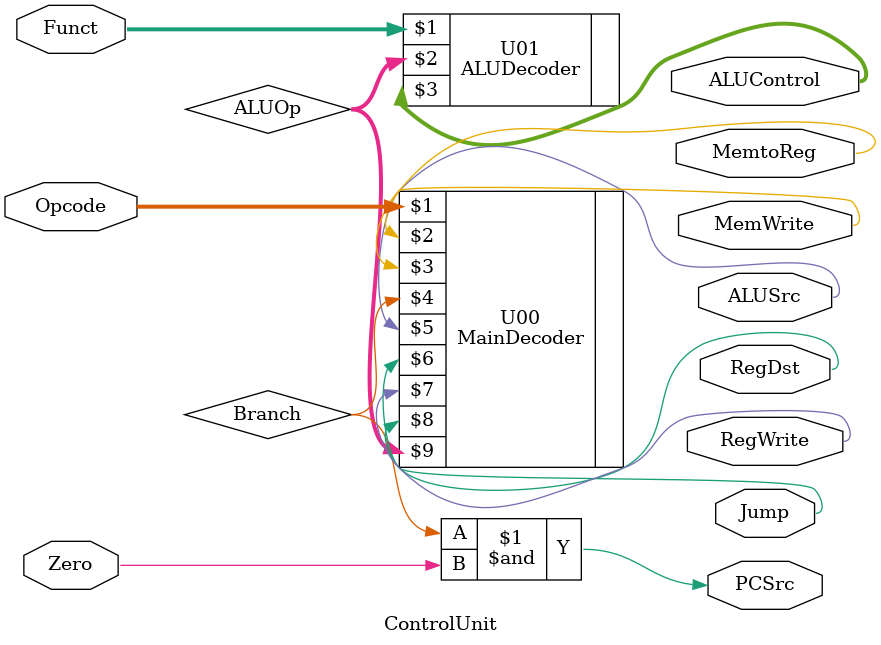
<source format=v>
`timescale 1ns / 1ps
module ControlUnit(input [5:0] Opcode, Funct,
						input Zero,
						output MemtoReg, MemWrite, PCSrc,
						output [2:0] ALUControl,
						output  ALUSrc, RegDst, RegWrite, Jump);

		wire [1:0] ALUOp;
		wire Branch;
	  

		MainDecoder U00(Opcode, MemtoReg, MemWrite, Branch, ALUSrc, RegDst, RegWrite, Jump, ALUOp);
		ALUDecoder U01(Funct, ALUOp, ALUControl);
		  
		assign PCSrc = Branch & Zero;

endmodule

</source>
